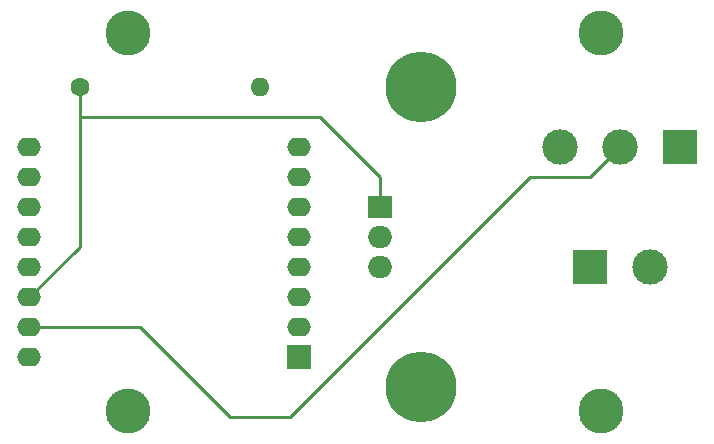
<source format=gbr>
%TF.GenerationSoftware,KiCad,Pcbnew,(7.0.0)*%
%TF.CreationDate,2025-02-09T12:12:52+01:00*%
%TF.ProjectId,fairy-lights,66616972-792d-46c6-9967-6874732e6b69,rev?*%
%TF.SameCoordinates,Original*%
%TF.FileFunction,Copper,L1,Top*%
%TF.FilePolarity,Positive*%
%FSLAX46Y46*%
G04 Gerber Fmt 4.6, Leading zero omitted, Abs format (unit mm)*
G04 Created by KiCad (PCBNEW (7.0.0)) date 2025-02-09 12:12:52*
%MOMM*%
%LPD*%
G01*
G04 APERTURE LIST*
%TA.AperFunction,ComponentPad*%
%ADD10C,3.800000*%
%TD*%
%TA.AperFunction,ComponentPad*%
%ADD11R,3.000000X3.000000*%
%TD*%
%TA.AperFunction,ComponentPad*%
%ADD12C,3.000000*%
%TD*%
%TA.AperFunction,ComponentPad*%
%ADD13C,1.600000*%
%TD*%
%TA.AperFunction,ComponentPad*%
%ADD14O,1.600000X1.600000*%
%TD*%
%TA.AperFunction,ComponentPad*%
%ADD15C,6.000000*%
%TD*%
%TA.AperFunction,ComponentPad*%
%ADD16R,2.000000X2.000000*%
%TD*%
%TA.AperFunction,ComponentPad*%
%ADD17O,2.000000X1.600000*%
%TD*%
%TA.AperFunction,ComponentPad*%
%ADD18R,2.000000X1.905000*%
%TD*%
%TA.AperFunction,ComponentPad*%
%ADD19O,2.000000X1.905000*%
%TD*%
%TA.AperFunction,Conductor*%
%ADD20C,0.250000*%
%TD*%
G04 APERTURE END LIST*
D10*
%TO.P,REF\u002A\u002A,1*%
%TO.N,N/C*%
X100000000Y-82000000D03*
%TD*%
%TO.P,REF\u002A\u002A,1*%
%TO.N,N/C*%
X100000000Y-50000000D03*
%TD*%
D11*
%TO.P,J4,1,Pin_1*%
%TO.N,+5V*%
X146684999Y-59689999D03*
D12*
%TO.P,J4,2,Pin_2*%
%TO.N,Net-(J4-Pin_2)*%
X141605000Y-59690000D03*
%TO.P,J4,3,Pin_3*%
%TO.N,Net-(J4-Pin_3)*%
X136525000Y-59690000D03*
%TD*%
D13*
%TO.P,R1,1*%
%TO.N,Net-(Q1-G)*%
X95885000Y-54610000D03*
D14*
%TO.P,R1,2*%
%TO.N,GND*%
X111124999Y-54609999D03*
%TD*%
D10*
%TO.P,REF\u002A\u002A,1*%
%TO.N,N/C*%
X140000000Y-50000000D03*
%TD*%
D15*
%TO.P,HS1,1*%
%TO.N,N/C*%
X124770000Y-54610000D03*
X124770000Y-80010000D03*
%TD*%
D16*
%TO.P,U1,1,~{RST}*%
%TO.N,unconnected-(U1-~{RST}-Pad1)*%
X114449999Y-77469999D03*
D17*
%TO.P,U1,2,A0*%
%TO.N,unconnected-(U1-A0-Pad2)*%
X114449999Y-74929999D03*
%TO.P,U1,3,D0*%
%TO.N,unconnected-(U1-D0-Pad3)*%
X114449999Y-72389999D03*
%TO.P,U1,4,SCK/D5*%
%TO.N,unconnected-(U1-SCK{slash}D5-Pad4)*%
X114449999Y-69849999D03*
%TO.P,U1,5,MISO/D6*%
%TO.N,unconnected-(U1-MISO{slash}D6-Pad5)*%
X114449999Y-67309999D03*
%TO.P,U1,6,MOSI/D7*%
%TO.N,unconnected-(U1-MOSI{slash}D7-Pad6)*%
X114449999Y-64769999D03*
%TO.P,U1,7,CS/D8*%
%TO.N,unconnected-(U1-CS{slash}D8-Pad7)*%
X114449999Y-62229999D03*
%TO.P,U1,8,3V3*%
%TO.N,unconnected-(U1-3V3-Pad8)*%
X114449999Y-59689999D03*
%TO.P,U1,9,5V*%
%TO.N,+5V*%
X91589999Y-59689999D03*
%TO.P,U1,10,GND*%
%TO.N,GND*%
X91589999Y-62229999D03*
%TO.P,U1,11,D4*%
%TO.N,unconnected-(U1-D4-Pad11)*%
X91589999Y-64769999D03*
%TO.P,U1,12,D3*%
%TO.N,unconnected-(U1-D3-Pad12)*%
X91589999Y-67309999D03*
%TO.P,U1,13,SDA/D2*%
%TO.N,unconnected-(U1-SDA{slash}D2-Pad13)*%
X91589999Y-69849999D03*
%TO.P,U1,14,SCL/D1*%
%TO.N,Net-(Q1-G)*%
X91589999Y-72389999D03*
%TO.P,U1,15,RX*%
%TO.N,Net-(J4-Pin_2)*%
X91589999Y-74929999D03*
%TO.P,U1,16,TX*%
%TO.N,unconnected-(U1-TX-Pad16)*%
X91589999Y-77469999D03*
%TD*%
D18*
%TO.P,Q1,1,G*%
%TO.N,Net-(Q1-G)*%
X121284999Y-64769999D03*
D19*
%TO.P,Q1,2,D*%
%TO.N,Net-(J4-Pin_3)*%
X121284999Y-67309999D03*
%TO.P,Q1,3,S*%
%TO.N,GND*%
X121284999Y-69849999D03*
%TD*%
D11*
%TO.P,J2,1,Pin_1*%
%TO.N,+5V*%
X139064999Y-69849999D03*
D12*
%TO.P,J2,2,Pin_2*%
%TO.N,GND*%
X144145000Y-69850000D03*
%TD*%
D10*
%TO.P,REF\u002A\u002A,1*%
%TO.N,N/C*%
X140000000Y-82000000D03*
%TD*%
D20*
%TO.N,Net-(Q1-G)*%
X95885000Y-68095000D02*
X95885000Y-54610000D01*
X121285000Y-64770000D02*
X121285000Y-62230000D01*
X91590000Y-72390000D02*
X95885000Y-68095000D01*
X121285000Y-62230000D02*
X116205000Y-57150000D01*
X116205000Y-57150000D02*
X95885000Y-57150000D01*
%TO.N,Net-(J4-Pin_2)*%
X108585000Y-82550000D02*
X113665000Y-82550000D01*
X113665000Y-82550000D02*
X133985000Y-62230000D01*
X91590000Y-74930000D02*
X100965000Y-74930000D01*
X100965000Y-74930000D02*
X108585000Y-82550000D01*
X139065000Y-62230000D02*
X141605000Y-59690000D01*
X133985000Y-62230000D02*
X139065000Y-62230000D01*
%TD*%
M02*

</source>
